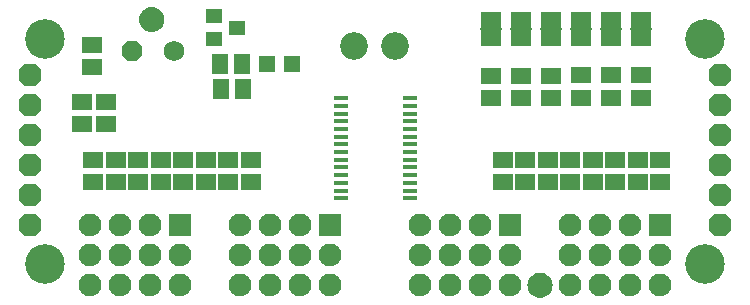
<source format=gbr>
G04 EAGLE Gerber RS-274X export*
G75*
%MOMM*%
%FSLAX34Y34*%
%LPD*%
%INSoldermask Top*%
%IPPOS*%
%AMOC8*
5,1,8,0,0,1.08239X$1,22.5*%
G01*
%ADD10R,1.143000X0.457200*%
%ADD11R,1.752600X1.320800*%
%ADD12R,1.828800X0.152400*%
%ADD13R,1.652400X1.452400*%
%ADD14R,1.452400X1.652400*%
%ADD15C,2.336800*%
%ADD16C,3.352400*%
%ADD17R,1.422400X1.152400*%
%ADD18R,1.352400X1.352400*%
%ADD19P,1.896997X8X202.500000*%
%ADD20C,1.752600*%
%ADD21P,2.089446X8X202.500000*%
%ADD22R,1.930400X1.930400*%
%ADD23C,1.930400*%

G36*
X-187448Y228010D02*
X-187448Y228010D01*
X-187405Y228022D01*
X-187339Y228029D01*
X-185656Y228480D01*
X-185615Y228499D01*
X-185552Y228518D01*
X-183972Y229255D01*
X-183935Y229281D01*
X-183876Y229310D01*
X-182448Y230310D01*
X-182417Y230342D01*
X-182364Y230381D01*
X-181131Y231614D01*
X-181106Y231650D01*
X-181060Y231698D01*
X-180060Y233126D01*
X-180042Y233167D01*
X-180005Y233222D01*
X-179268Y234802D01*
X-179257Y234845D01*
X-179230Y234906D01*
X-178779Y236589D01*
X-178777Y236621D01*
X-178770Y236642D01*
X-178770Y236657D01*
X-178760Y236698D01*
X-178608Y238435D01*
X-178612Y238479D01*
X-178608Y238545D01*
X-178760Y240282D01*
X-178772Y240325D01*
X-178779Y240391D01*
X-179230Y242074D01*
X-179249Y242115D01*
X-179268Y242178D01*
X-180005Y243758D01*
X-180031Y243795D01*
X-180060Y243854D01*
X-181060Y245282D01*
X-181092Y245313D01*
X-181131Y245366D01*
X-182364Y246599D01*
X-182400Y246624D01*
X-182448Y246670D01*
X-183876Y247670D01*
X-183917Y247688D01*
X-183972Y247725D01*
X-185552Y248462D01*
X-185595Y248473D01*
X-185656Y248500D01*
X-187339Y248951D01*
X-187384Y248954D01*
X-187448Y248970D01*
X-189185Y249122D01*
X-189229Y249118D01*
X-189295Y249122D01*
X-191032Y248970D01*
X-191075Y248958D01*
X-191141Y248951D01*
X-192824Y248500D01*
X-192865Y248481D01*
X-192928Y248462D01*
X-194508Y247725D01*
X-194545Y247699D01*
X-194604Y247670D01*
X-196032Y246670D01*
X-196063Y246638D01*
X-196116Y246599D01*
X-197349Y245366D01*
X-197374Y245330D01*
X-197420Y245282D01*
X-198420Y243854D01*
X-198438Y243813D01*
X-198475Y243758D01*
X-199212Y242178D01*
X-199223Y242135D01*
X-199250Y242074D01*
X-199701Y240391D01*
X-199704Y240346D01*
X-199720Y240282D01*
X-199872Y238545D01*
X-199868Y238501D01*
X-199872Y238435D01*
X-199720Y236698D01*
X-199708Y236655D01*
X-199704Y236621D01*
X-199704Y236605D01*
X-199702Y236600D01*
X-199701Y236589D01*
X-199250Y234906D01*
X-199231Y234865D01*
X-199212Y234802D01*
X-198475Y233222D01*
X-198449Y233185D01*
X-198420Y233126D01*
X-197420Y231698D01*
X-197388Y231667D01*
X-197349Y231614D01*
X-196116Y230381D01*
X-196080Y230356D01*
X-196032Y230310D01*
X-194604Y229310D01*
X-194563Y229292D01*
X-194508Y229255D01*
X-192928Y228518D01*
X-192885Y228507D01*
X-192824Y228480D01*
X-191141Y228029D01*
X-191096Y228026D01*
X-191032Y228010D01*
X-189295Y227858D01*
X-189251Y227862D01*
X-189185Y227858D01*
X-187448Y228010D01*
G37*
G36*
X141342Y3170D02*
X141342Y3170D01*
X141385Y3182D01*
X141451Y3189D01*
X143134Y3640D01*
X143175Y3659D01*
X143238Y3678D01*
X144818Y4415D01*
X144855Y4441D01*
X144914Y4470D01*
X146342Y5470D01*
X146373Y5502D01*
X146426Y5541D01*
X147659Y6774D01*
X147684Y6810D01*
X147730Y6858D01*
X148730Y8286D01*
X148748Y8327D01*
X148785Y8382D01*
X149522Y9962D01*
X149533Y10005D01*
X149560Y10066D01*
X150011Y11749D01*
X150013Y11781D01*
X150020Y11802D01*
X150020Y11817D01*
X150030Y11858D01*
X150182Y13595D01*
X150178Y13639D01*
X150182Y13705D01*
X150030Y15442D01*
X150018Y15485D01*
X150011Y15551D01*
X149560Y17234D01*
X149541Y17275D01*
X149522Y17338D01*
X148785Y18918D01*
X148759Y18955D01*
X148730Y19014D01*
X147730Y20442D01*
X147698Y20473D01*
X147659Y20526D01*
X146426Y21759D01*
X146390Y21784D01*
X146342Y21830D01*
X144914Y22830D01*
X144873Y22848D01*
X144818Y22885D01*
X143238Y23622D01*
X143195Y23633D01*
X143134Y23660D01*
X141451Y24111D01*
X141406Y24114D01*
X141342Y24130D01*
X139605Y24282D01*
X139561Y24278D01*
X139495Y24282D01*
X137758Y24130D01*
X137715Y24118D01*
X137649Y24111D01*
X135966Y23660D01*
X135925Y23641D01*
X135862Y23622D01*
X134282Y22885D01*
X134245Y22859D01*
X134186Y22830D01*
X132758Y21830D01*
X132727Y21798D01*
X132674Y21759D01*
X131441Y20526D01*
X131416Y20490D01*
X131370Y20442D01*
X130370Y19014D01*
X130352Y18973D01*
X130315Y18918D01*
X129578Y17338D01*
X129567Y17295D01*
X129540Y17234D01*
X129089Y15551D01*
X129086Y15506D01*
X129070Y15442D01*
X128918Y13705D01*
X128922Y13661D01*
X128918Y13595D01*
X129070Y11858D01*
X129082Y11815D01*
X129086Y11781D01*
X129086Y11765D01*
X129088Y11760D01*
X129089Y11749D01*
X129540Y10066D01*
X129559Y10025D01*
X129578Y9962D01*
X130315Y8382D01*
X130341Y8345D01*
X130370Y8286D01*
X131370Y6858D01*
X131402Y6827D01*
X131441Y6774D01*
X132674Y5541D01*
X132710Y5516D01*
X132758Y5470D01*
X134186Y4470D01*
X134227Y4452D01*
X134282Y4415D01*
X135862Y3678D01*
X135905Y3667D01*
X135966Y3640D01*
X137649Y3189D01*
X137694Y3186D01*
X137758Y3170D01*
X139495Y3018D01*
X139539Y3022D01*
X139605Y3018D01*
X141342Y3170D01*
G37*
D10*
X-29178Y171790D03*
X-29178Y165290D03*
X-29178Y158790D03*
X-29178Y152290D03*
X-29178Y145790D03*
X-29178Y139290D03*
X-29178Y132790D03*
X-29178Y126290D03*
X29178Y126290D03*
X29178Y132790D03*
X29178Y139290D03*
X29178Y145790D03*
X29178Y152290D03*
X29178Y158790D03*
X29178Y165290D03*
X29178Y171790D03*
X-29178Y119790D03*
X-29178Y113290D03*
X29178Y119790D03*
X29178Y113290D03*
X-29178Y106790D03*
X-29178Y100290D03*
X-29178Y93790D03*
X-29178Y87290D03*
X29178Y87290D03*
X29178Y93790D03*
X29178Y100290D03*
X29178Y106790D03*
D11*
X224790Y238440D03*
X224790Y223200D03*
D12*
X224790Y230820D03*
D11*
X199390Y238440D03*
X199390Y223200D03*
D12*
X199390Y230820D03*
D11*
X173990Y238440D03*
X173990Y223200D03*
D12*
X173990Y230820D03*
D11*
X148590Y238440D03*
X148590Y223200D03*
D12*
X148590Y230820D03*
D11*
X123190Y238440D03*
X123190Y223200D03*
D12*
X123190Y230820D03*
D11*
X97790Y238440D03*
X97790Y223200D03*
D12*
X97790Y230820D03*
D13*
X97790Y171950D03*
X97790Y190950D03*
X123190Y171950D03*
X123190Y190950D03*
X148590Y171950D03*
X148590Y190950D03*
X173990Y172270D03*
X173990Y191270D03*
X199390Y172270D03*
X199390Y191270D03*
X224790Y172270D03*
X224790Y191270D03*
D14*
X-111785Y179865D03*
X-130785Y179865D03*
D13*
X-240030Y198145D03*
X-240030Y217145D03*
X-248445Y168885D03*
X-248445Y149885D03*
X-228125Y168885D03*
X-228125Y149885D03*
D15*
X-18000Y215900D03*
X17000Y215900D03*
D16*
X-279400Y222250D03*
X-279400Y31750D03*
X279400Y222250D03*
X279400Y31750D03*
D17*
X-116870Y231790D03*
X-136870Y222290D03*
X-136870Y241290D03*
D18*
X-91780Y200660D03*
X-70780Y200660D03*
D14*
X-112420Y200660D03*
X-131420Y200660D03*
D13*
X-105410Y100990D03*
X-105410Y119990D03*
X-124460Y100990D03*
X-124460Y119990D03*
X-143510Y100990D03*
X-143510Y119990D03*
X-162560Y100990D03*
X-162560Y119990D03*
X-181610Y100990D03*
X-181610Y119990D03*
X-200660Y100990D03*
X-200660Y119990D03*
X-219710Y100990D03*
X-219710Y119990D03*
X-238760Y100990D03*
X-238760Y119990D03*
X241300Y100990D03*
X241300Y119990D03*
X222250Y100990D03*
X222250Y119990D03*
X203200Y100990D03*
X203200Y119990D03*
X184150Y100990D03*
X184150Y119990D03*
X165100Y100990D03*
X165100Y119990D03*
X146050Y100990D03*
X146050Y119990D03*
X127000Y100990D03*
X127000Y119990D03*
X107950Y100990D03*
X107950Y119990D03*
D19*
X-205740Y212090D03*
D20*
X-170180Y212090D03*
D21*
X-292100Y64770D03*
X-292100Y90170D03*
X-292100Y115570D03*
X-292100Y140970D03*
X-292100Y166370D03*
X-292100Y191770D03*
X292100Y64770D03*
X292100Y90170D03*
X292100Y115570D03*
X292100Y140970D03*
X292100Y166370D03*
X292100Y191770D03*
D22*
X-38100Y64770D03*
D23*
X-38100Y39370D03*
X-63500Y64770D03*
X-63500Y39370D03*
X-88900Y64770D03*
X-88900Y39370D03*
X-114300Y64770D03*
X-114300Y39370D03*
X-38100Y13970D03*
X-63500Y13970D03*
X-88900Y13970D03*
X-114300Y13970D03*
D22*
X-165100Y64770D03*
D23*
X-165100Y39370D03*
X-190500Y64770D03*
X-190500Y39370D03*
X-215900Y64770D03*
X-215900Y39370D03*
X-241300Y64770D03*
X-241300Y39370D03*
X-165100Y13970D03*
X-190500Y13970D03*
X-215900Y13970D03*
X-241300Y13970D03*
D22*
X241300Y64770D03*
D23*
X241300Y39370D03*
X215900Y64770D03*
X215900Y39370D03*
X190500Y64770D03*
X190500Y39370D03*
X165100Y64770D03*
X165100Y39370D03*
X241300Y13970D03*
X215900Y13970D03*
X190500Y13970D03*
X165100Y13970D03*
D22*
X114300Y64770D03*
D23*
X114300Y39370D03*
X88900Y64770D03*
X88900Y39370D03*
X63500Y64770D03*
X63500Y39370D03*
X38100Y64770D03*
X38100Y39370D03*
X114300Y13970D03*
X88900Y13970D03*
X63500Y13970D03*
X38100Y13970D03*
M02*

</source>
